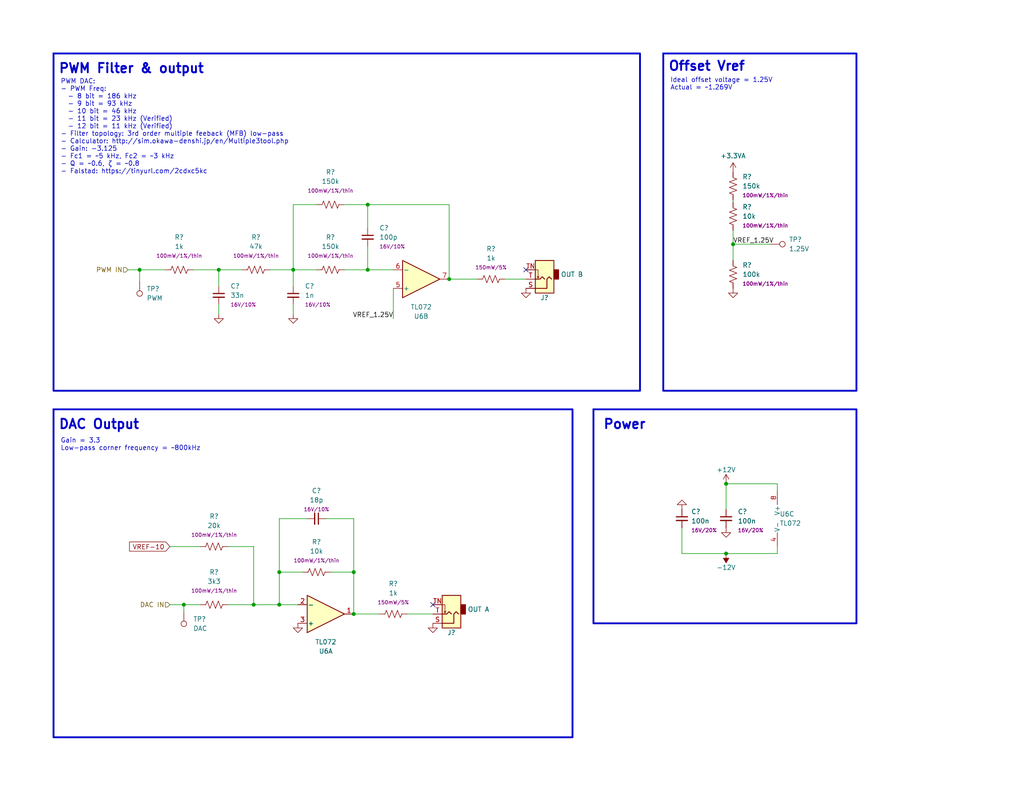
<source format=kicad_sch>
(kicad_sch (version 20230121) (generator eeschema)
  (paper "USLetter")
  (title_block (title "Goosehonk Nebula") (date "2023-10-08") (rev "v7") (company "Winterbloom") (comment 1 "Alethea Flowers") (comment 2 "CERN-OHL-P V2") (comment 3 "goose.wntr.dev"))
  (lib_symbols
    (symbol "Amplifier_Operational:TL072" (pin_names (offset 0.127))
      (property "Reference" "U" (at 0 5.08 0))
      (property "Value" "TL072" (at 0 -5.08 0))
      (symbol "TL072_1_1"
        (polyline (pts (xy -5.08 5.08) (xy 5.08 0) (xy -5.08 -5.08) (xy -5.08 5.08)) (stroke (width 0.254)) (fill (type background)))
        (pin output line (at 7.62 0 180) (length 2.54) (name "~") (number "1"))
        (pin input line (at -7.62 -2.54 0) (length 2.54) (name "-") (number "2"))
        (pin input line (at -7.62 2.54 0) (length 2.54) (name "+") (number "3"))
      )
      (symbol "TL072_2_1"
        (polyline (pts (xy -5.08 5.08) (xy 5.08 0) (xy -5.08 -5.08) (xy -5.08 5.08)) (stroke (width 0.254)) (fill (type background)))
        (pin input line (at -7.62 2.54 0) (length 2.54) (name "+") (number "5"))
        (pin input line (at -7.62 -2.54 0) (length 2.54) (name "-") (number "6"))
        (pin output line (at 7.62 0 180) (length 2.54) (name "~") (number "7"))
      )
      (symbol "TL072_3_1"
        (pin power_in line (at -2.54 -7.62 90) (length 3.81) (name "V-") (number "4"))
        (pin power_in line (at -2.54 7.62 270) (length 3.81) (name "V+") (number "8"))
      )
    )
    (symbol "Connector:TestPoint" (pin_numbers hide) (pin_names (offset 0.762) hide)
      (property "Reference" "TP" (at 0 6.858 0))
      (property "Value" "TestPoint" (at 0 5.08 0))
      (symbol "TestPoint_0_1"
        (circle (center 0 3.302) (radius 0.762))
      )
      (symbol "TestPoint_1_1"
        (pin passive line (at 0 0 90) (length 2.54) (name "1") (number "1"))
      )
    )
    (symbol "Device:C_Small" (pin_numbers hide) (pin_names (offset 0.254) hide)
      (property "Reference" "C" (at 0.254 1.778 0))
      (property "Value" "C_Small" (at 0.254 -2.032 0))
      (symbol "C_Small_0_1"
        (polyline (pts (xy -1.524 -0.508) (xy 1.524 -0.508)) (stroke (width 0.3302)))
        (polyline (pts (xy -1.524 0.508) (xy 1.524 0.508)) (stroke (width 0.3048)))
      )
      (symbol "C_Small_1_1"
        (pin passive line (at 0 2.54 270) (length 2.032) (name "~") (number "1"))
        (pin passive line (at 0 -2.54 90) (length 2.032) (name "~") (number "2"))
      )
    )
    (symbol "Device:R_US" (pin_numbers hide) (pin_names (offset 0))
      (property "Reference" "R" (at 2.54 0 90))
      (property "Value" "R_US" (at -2.54 0 90))
      (symbol "R_US_0_1"
        (polyline (pts (xy 0 -2.286) (xy 0 -2.54)))
        (polyline (pts (xy 0 2.286) (xy 0 2.54)))
        (polyline (pts (xy 0 -0.762) (xy 1.016 -1.143) (xy 0 -1.524) (xy -1.016 -1.905) (xy 0 -2.286)))
        (polyline (pts (xy 0 0.762) (xy 1.016 0.381) (xy 0 0) (xy -1.016 -0.381) (xy 0 -0.762)))
        (polyline (pts (xy 0 2.286) (xy 1.016 1.905) (xy 0 1.524) (xy -1.016 1.143) (xy 0 0.762)))
      )
      (symbol "R_US_1_1"
        (pin passive line (at 0 3.81 270) (length 1.27) (name "~") (number "1"))
        (pin passive line (at 0 -3.81 90) (length 1.27) (name "~") (number "2"))
      )
    )
    (symbol "power:+12V" (power) (pin_names (offset 0))
      (property "Value" "+12V" (at 0 3.556 0))
      (symbol "+12V_0_1"
        (polyline (pts (xy -0.762 1.27) (xy 0 2.54)))
        (polyline (pts (xy 0 0) (xy 0 2.54)))
        (polyline (pts (xy 0 2.54) (xy 0.762 1.27)))
      )
      (symbol "+12V_1_1"
        (pin power_in line (at 0 0 90) (length 0) hide (name "+12V") (number "1"))
      )
    )
    (symbol "power:+3.3VA" (power) (pin_names (offset 0))
      (property "Value" "+3.3VA" (at 0 3.556 0))
      (symbol "+3.3VA_0_1"
        (polyline (pts (xy -0.762 1.27) (xy 0 2.54)))
        (polyline (pts (xy 0 0) (xy 0 2.54)))
        (polyline (pts (xy 0 2.54) (xy 0.762 1.27)))
      )
      (symbol "+3.3VA_1_1"
        (pin power_in line (at 0 0 90) (length 0) hide (name "+3.3VA") (number "1"))
      )
    )
    (symbol "power:-12V" (power) (pin_names (offset 0))
      (property "Value" "-12V" (at 0 3.81 0))
      (symbol "-12V_0_0"
        (pin power_in line (at 0 0 90) (length 0) hide (name "-12V") (number "1"))
      )
      (symbol "-12V_0_1"
        (polyline (pts (xy 0 0) (xy 0 1.27) (xy 0.762 1.27) (xy 0 2.54) (xy -0.762 1.27) (xy 0 1.27)) (fill (type outline)))
      )
    )
    (symbol "power:GND" (power) (pin_names (offset 0))
      (property "Value" "GND" (at 0 -3.81 0))
      (symbol "GND_0_1"
        (polyline (pts (xy 0 0) (xy 0 -1.27) (xy 1.27 -1.27) (xy 0 -2.54) (xy -1.27 -1.27) (xy 0 -1.27)))
      )
      (symbol "GND_1_1"
        (pin power_in line (at 0 0 270) (length 0) hide (name "GND") (number "1"))
      )
    )
    (symbol "winterbloom:Eurorack_Mono_Jack" (pin_names hide)
      (property "Reference" "J" (at 3.302 -4.064 0))
      (property "Value" "Eurorack_Mono_Jack" (at 0 5.08 0))
      (symbol "Eurorack_Mono_Jack_0_1"
        (rectangle (start -2.54 -5.08) (end 2.54 3.81) (stroke (width 0.254)) (fill (type background)))
        (polyline (pts (xy -1.778 -1.016) (xy -2.032 -0.508)))
        (polyline (pts (xy -2.54 1.27) (xy -1.778 1.27) (xy -1.778 -1.016) (xy -1.524 -0.508)))
        (polyline (pts (xy 0 -1.27) (xy -0.635 -0.635) (xy -1.27 -1.27) (xy -2.54 -1.27)) (stroke (width 0.254)))
        (polyline (pts (xy -2.54 -3.81) (xy 0.635 -3.81) (xy 0.635 -1.27) (xy 1.27 -0.635) (xy 1.905 -1.27)) (stroke (width 0.254)))
        (rectangle (start 2.54 -1.27) (end 3.81 1.27) (stroke (width 0.254)) (fill (type outline)))
      )
      (symbol "Eurorack_Mono_Jack_1_1"
        (pin passive line (at -5.08 -3.81 0) (length 2.54) (name "Sleeve") (number "S"))
        (pin passive line (at -5.08 -1.27 0) (length 2.54) (name "Tip") (number "T"))
        (pin passive line (at -5.08 1.27 0) (length 2.54) (name "Tip_normalize") (number "TN"))
      )
    )
  )
  (junction (at 69.215 165.1))
  (junction (at 50.165 165.1))
  (junction (at 122.555 76.2))
  (junction (at 76.2 165.1))
  (junction (at 200.025 66.675))
  (junction (at 96.52 156.21))
  (junction (at 198.12 132.08))
  (junction (at 59.69 73.66))
  (junction (at 100.33 55.88))
  (junction (at 76.2 156.21))
  (junction (at 198.12 151.13))
  (junction (at 96.52 167.64))
  (junction (at 38.1 73.66))
  (junction (at 80.01 73.66))
  (junction (at 100.33 73.66))
  (no_connect (at 143.51 73.66))
  (no_connect (at 118.11 165.1))
  (wire (pts (xy 122.555 76.2) (xy 122.555 55.88)))
  (wire (pts (xy 107.315 73.66) (xy 100.33 73.66)))
  (wire (pts (xy 80.01 85.725) (xy 80.01 83.185)))
  (wire (pts (xy 186.055 151.13) (xy 198.12 151.13)))
  (wire (pts (xy 45.085 73.66) (xy 38.1 73.66)))
  (wire (pts (xy 96.52 167.64) (xy 103.505 167.64)))
  (wire (pts (xy 200.025 71.12) (xy 200.025 66.675)))
  (wire (pts (xy 69.215 165.1) (xy 76.2 165.1)))
  (wire (pts (xy 93.98 73.66) (xy 100.33 73.66)))
  (wire (pts (xy 198.12 132.08) (xy 212.09 132.08)))
  (wire (pts (xy 111.125 167.64) (xy 118.11 167.64)))
  (wire (pts (xy 100.33 73.66) (xy 100.33 67.31)))
  (wire (pts (xy 88.9 141.605) (xy 96.52 141.605)))
  (wire (pts (xy 76.2 141.605) (xy 83.82 141.605)))
  (wire (pts (xy 130.175 76.2) (xy 122.555 76.2)))
  (wire (pts (xy 100.33 55.88) (xy 93.98 55.88)))
  (wire (pts (xy 122.555 55.88) (xy 100.33 55.88)))
  (wire (pts (xy 50.165 165.1) (xy 50.165 167.005)))
  (wire (pts (xy 76.2 165.1) (xy 81.28 165.1)))
  (wire (pts (xy 90.17 156.21) (xy 96.52 156.21)))
  (wire (pts (xy 50.165 165.1) (xy 54.61 165.1)))
  (wire (pts (xy 59.69 85.725) (xy 59.69 83.185)))
  (wire (pts (xy 82.55 156.21) (xy 76.2 156.21)))
  (wire (pts (xy 80.01 55.88) (xy 80.01 73.66)))
  (wire (pts (xy 69.215 149.225) (xy 69.215 165.1)))
  (wire (pts (xy 52.705 73.66) (xy 59.69 73.66)))
  (wire (pts (xy 212.09 149.225) (xy 212.09 151.13)))
  (wire (pts (xy 80.01 78.105) (xy 80.01 73.66)))
  (wire (pts (xy 198.12 132.08) (xy 198.12 139.065)))
  (wire (pts (xy 200.025 55.245) (xy 200.025 54.61)))
  (wire (pts (xy 62.23 149.225) (xy 69.215 149.225)))
  (wire (pts (xy 80.01 55.88) (xy 86.36 55.88)))
  (wire (pts (xy 73.66 73.66) (xy 80.01 73.66)))
  (wire (pts (xy 76.2 156.21) (xy 76.2 165.1)))
  (wire (pts (xy 107.315 78.74) (xy 107.315 86.995)))
  (wire (pts (xy 200.025 66.675) (xy 210.185 66.675)))
  (wire (pts (xy 198.12 151.13) (xy 212.09 151.13)))
  (wire (pts (xy 137.795 76.2) (xy 143.51 76.2)))
  (wire (pts (xy 62.23 165.1) (xy 69.215 165.1)))
  (wire (pts (xy 80.01 73.66) (xy 86.36 73.66)))
  (wire (pts (xy 46.355 149.225) (xy 54.61 149.225)))
  (wire (pts (xy 38.1 73.66) (xy 34.925 73.66)))
  (wire (pts (xy 200.025 66.675) (xy 200.025 62.865)))
  (wire (pts (xy 76.2 156.21) (xy 76.2 141.605)))
  (wire (pts (xy 212.09 132.08) (xy 212.09 133.985)))
  (wire (pts (xy 100.33 55.88) (xy 100.33 62.23)))
  (wire (pts (xy 96.52 156.21) (xy 96.52 167.64)))
  (wire (pts (xy 38.1 76.835) (xy 38.1 73.66)))
  (wire (pts (xy 186.055 144.145) (xy 186.055 151.13)))
  (wire (pts (xy 59.69 73.66) (xy 66.04 73.66)))
  (wire (pts (xy 59.69 78.105) (xy 59.69 73.66)))
  (wire (pts (xy 46.355 165.1) (xy 50.165 165.1)))
  (wire (pts (xy 96.52 141.605) (xy 96.52 156.21)))
  (rectangle (start 14.605 111.76) (end 156.21 201.295) (stroke (width 0.5)))
  (rectangle (start 180.975 14.605) (end 233.68 106.68) (stroke (width 0.5)))
  (rectangle (start 161.925 111.76) (end 233.68 170.18) (stroke (width 0.5)))
  (rectangle (start 14.605 14.605) (end 174.625 106.68) (stroke (width 0.5)))
  (text "Ideal offset voltage = 1.25V\nActual = ~1.269V" (at 182.88 24.765 0) (effects (font (size 1.27 1.27)) (justify left bottom)))
  (text "Gain = 3.3\nLow-pass corner frequency = ~800kHz" (at 16.51 123.19 0) (effects (font (size 1.27 1.27)) (justify left bottom)))
  (text "Offset Vref" (at 182.245 19.685 0) (effects (font (size 2.54 2.54) (thickness 0.508) bold) (justify left bottom)))
  (text "PWM Filter & output" (at 15.875 20.32 0) (effects (font (size 2.54 2.54) (thickness 0.508) bold) (justify left bottom)))
  (text "DAC Output" (at 15.875 117.475 0) (effects (font (size 2.54 2.54) (thickness 0.508) bold) (justify left bottom)))
  (text "Power" (at 164.465 117.475 0) (effects (font (size 2.54 2.54) bold) (justify left bottom)))
  (text "PWM DAC:\n- PWM Freq:\n  - 8 bit = 186 kHz\n  - 9 bit = 93 kHz\n  - 10 bit = 46 kHz\n  - 11 bit = 23 kHz (Verified)\n  - 12 bit = 11 kHz (Verified)\n- Filter topology: 3rd order multiple feeback (MFB) low-pass\n- Calculator: http://sim.okawa-denshi.jp/en/Multiple3tool.php\n- Gain: -3.125\n- Fc1 = ~5 kHz, Fc2 = ~3 kHz\n- Q = ~0.6, ζ = ~0.8\n- Falstad: https://tinyurl.com/2cdxc5kc" (at 16.51 47.625 0) (effects (font (size 1.27 1.27)) (justify left bottom)))
  (label "VREF_1.25V" (at 107.315 86.995 180))
  (label "VREF_1.25V" (at 200.025 66.675 0))
  (global_label "VREF-10" (shape input) (at 46.355 149.225 180) (property "Intersheetrefs" "${INTERSHEET_REFS}" (effects hide)))
  (hierarchical_label "PWM IN" (shape input) (at 34.925 73.66 180))
  (hierarchical_label "DAC IN" (shape input) (at 46.355 165.1 180))
  (symbol (lib_id "Device:R_US") (at 86.36 156.21 270) (unit 1)
    (property "Reference" "R?" (at 86.36 147.955 90))
    (property "Value" "10k" (at 86.36 150.495 90))
    (property "Footprint" "winterbloom:R_0603_HandSolder" (effects hide))
    (property "Notes" "Eurorack level audio" (effects hide))
    (property "MPN" "RC0402DR-07100KL" (effects hide))
    (property "Rating" "100mW/1%/thin" (at 86.36 153.035 90) (effects (font (size 1 1))))
    (instances (project "mainboard" (path "" (reference "R?") (unit 1))) (project "board" (path "" (reference "R13") (unit 1))))
  )
  (symbol (lib_id "power:GND") (at 81.28 170.18 0) (unit 1)
    (property "Reference" "#PWR?" (effects hide))
    (property "Value" "GND" (effects hide))
    (instances (project "mainboard" (path "" (reference "#PWR?") (unit 1))) (project "board" (path "" (reference "#PWR0136") (unit 1))))
  )
  (symbol (lib_id "Device:C_Small") (at 59.69 80.645 0) (unit 1)
    (property "Reference" "C?" (at 62.865 78.1113 0) (effects (justify left)))
    (property "Value" "33n" (at 62.865 80.6513 0) (effects (justify left)))
    (property "Footprint" "winterbloom:C_0603_HandSolder" (effects hide))
    (property "MPN" "CL05C180JB5NNNC" (effects hide))
    (property "Notes" "Eurorack level audio filter" (effects hide))
    (property "Rating" "16V/10%" (at 62.865 83.1913 0) (effects (font (size 1 1)) (justify left)))
    (instances (project "mainboard" (path "" (reference "C?") (unit 1))) (project "board" (path "" (reference "C23") (unit 1))))
  )
  (symbol (lib_id "Device:C_Small") (at 186.055 141.605 0) (unit 1)
    (property "Reference" "C?" (at 188.595 139.7062 0) (effects (justify left)))
    (property "Value" "100n" (at 188.595 142.2462 0) (effects (justify left)))
    (property "Footprint" "winterbloom:C_0603_HandSolder" (effects hide))
    (property "MPN" "CL05B104KO5NNNC" (effects hide))
    (property "Notes" "Bypass" (effects hide))
    (property "MacroFab MPN" "MF-CAP-0402-0.1uF" (effects hide))
    (property "Rating" "16V/20%" (at 188.595 144.7863 0) (effects (font (size 1 1)) (justify left)))
    (instances (project "mainboard" (path "" (reference "C?") (unit 1)) (path "" (reference "C?") (unit 1))) (project "board" (path "" (reference "C20") (unit 1))))
  )
  (symbol (lib_id "Amplifier_Operational:TL072") (at 114.935 76.2 0) (mirror x) (unit 2)
    (property "Reference" "U6" (at 114.935 86.36 0))
    (property "Value" "TL072" (at 114.935 83.82 0))
    (property "Footprint" "Package_SO:TSSOP-8_4.4x3mm_P0.65mm" (effects hide))
    (property "Datasheet" "http://www.ti.com/lit/ds/symlink/tl071.pdf" (effects hide))
  )
  (symbol (lib_id "Device:R_US") (at 69.85 73.66 270) (unit 1)
    (property "Reference" "R?" (at 69.85 64.77 90))
    (property "Value" "47k" (at 69.85 67.31 90))
    (property "Footprint" "winterbloom:R_0603_HandSolder" (effects hide))
    (property "Notes" "Eurorack level audio" (effects hide))
    (property "MPN" "RC0402DR-07100KL" (effects hide))
    (property "Rating" "100mW/1%/thin" (at 69.85 69.85 90) (effects (font (size 1 1))))
    (instances (project "mainboard" (path "" (reference "R?") (unit 1))) (project "board" (path "" (reference "R16") (unit 1))))
  )
  (symbol (lib_id "power:GND") (at 59.69 85.725 0) (unit 1)
    (property "Reference" "#PWR?" (effects hide))
    (property "Value" "GND" (effects hide))
    (instances (project "mainboard" (path "" (reference "#PWR?") (unit 1))) (project "board" (path "" (reference "#PWR0137") (unit 1))))
  )
  (symbol (lib_id "power:+12V") (at 198.12 132.08 0) (unit 1)
    (property "Reference" "#PWR?" (effects hide))
    (property "Value" "+12V" (at 198.12 128.27 0))
    (instances (project "mainboard" (path "" (reference "#PWR?") (unit 1)) (path "" (reference "#PWR?") (unit 1))) (project "board" (path "" (reference "#PWR0141") (unit 1))))
  )
  (symbol (lib_id "Device:R_US") (at 90.17 73.66 270) (unit 1)
    (property "Reference" "R?" (at 90.17 64.77 90))
    (property "Value" "150k" (at 90.17 67.31 90))
    (property "Footprint" "winterbloom:R_0603_HandSolder" (effects hide))
    (property "Notes" "Eurorack level audio" (effects hide))
    (property "MPN" "RC0402DR-07100KL" (effects hide))
    (property "Rating" "100mW/1%/thin" (at 90.17 69.85 90) (effects (font (size 1 1))))
    (instances (project "mainboard" (path "" (reference "R?") (unit 1))) (project "board" (path "" (reference "R18") (unit 1))))
  )
  (symbol (lib_id "power:GND") (at 200.025 78.74 0) (unit 1)
    (property "Reference" "#PWR?" (effects hide))
    (property "Value" "GND" (effects hide))
    (instances (project "mainboard" (path "" (reference "#PWR?") (unit 1))) (project "board" (path "" (reference "#PWR0145") (unit 1))))
  )
  (symbol (lib_id "Device:R_US") (at 90.17 55.88 270) (unit 1)
    (property "Reference" "R?" (at 90.17 46.99 90))
    (property "Value" "150k" (at 90.17 49.53 90))
    (property "Footprint" "winterbloom:R_0603_HandSolder" (effects hide))
    (property "Notes" "Eurorack level audio" (effects hide))
    (property "MPN" "RC0402DR-07100KL" (effects hide))
    (property "Rating" "100mW/1%/thin" (at 90.17 52.07 90) (effects (font (size 1 1))))
    (instances (project "mainboard" (path "" (reference "R?") (unit 1))) (project "board" (path "" (reference "R17") (unit 1))))
  )
  (symbol (lib_id "Device:R_US") (at 48.895 73.66 270) (unit 1)
    (property "Reference" "R?" (at 48.895 64.77 90))
    (property "Value" "1k" (at 48.895 67.31 90))
    (property "Footprint" "winterbloom:R_0603_HandSolder" (effects hide))
    (property "Notes" "Eurorack level audio" (effects hide))
    (property "MPN" "RC0402DR-07100KL" (effects hide))
    (property "Rating" "100mW/1%/thin" (at 48.895 69.85 90) (effects (font (size 1 1))))
    (instances (project "mainboard" (path "" (reference "R?") (unit 1))) (project "board" (path "" (reference "R15") (unit 1))))
  )
  (symbol (lib_id "Device:C_Small") (at 198.12 141.605 0) (unit 1)
    (property "Reference" "C?" (at 201.295 139.7062 0) (effects (justify left)))
    (property "Value" "100n" (at 201.295 142.2462 0) (effects (justify left)))
    (property "Footprint" "winterbloom:C_0603_HandSolder" (effects hide))
    (property "MPN" "CL05B104KO5NNNC" (effects hide))
    (property "Notes" "Bypass" (effects hide))
    (property "MacroFab MPN" "MF-CAP-0402-0.1uF" (effects hide))
    (property "Rating" "16V/20%" (at 201.295 144.7863 0) (effects (font (size 1 1)) (justify left)))
    (instances (project "mainboard" (path "" (reference "C?") (unit 1)) (path "" (reference "C?") (unit 1))) (project "board" (path "" (reference "C21") (unit 1))))
  )
  (symbol (lib_id "Device:R_US") (at 58.42 149.225 270) (unit 1)
    (property "Reference" "R?" (at 58.42 140.97 90))
    (property "Value" "20k" (at 58.42 143.51 90))
    (property "Footprint" "winterbloom:R_0603_HandSolder" (effects hide))
    (property "Notes" "Eurorack level audio" (effects hide))
    (property "MPN" "RC0402DR-07100KL" (effects hide))
    (property "Rating" "100mW/1%/thin" (at 58.42 146.05 90) (effects (font (size 1 1))))
    (instances (project "mainboard" (path "" (reference "R?") (unit 1))) (project "board" (path "" (reference "R11") (unit 1))))
  )
  (symbol (lib_id "power:GND") (at 143.51 78.74 0) (unit 1)
    (property "Reference" "#PWR?" (effects hide))
    (property "Value" "GND" (effects hide))
    (instances (project "mainboard" (path "" (reference "#PWR?") (unit 1))) (project "board" (path "" (reference "#PWR0139") (unit 1))))
  )
  (symbol (lib_id "Device:R_US") (at 107.315 167.64 90) (unit 1)
    (property "Reference" "R?" (at 107.315 159.385 90))
    (property "Value" "1k" (at 107.315 161.925 90))
    (property "Footprint" "winterbloom:R_0603_HandSolder" (effects hide))
    (property "Notes" "Eurorack level audio, output impedance" (effects hide))
    (property "MPN" "MCT06030C1001FP500, ERA-3AEB102V" (effects hide))
    (property "Rating" "150mW/5%" (at 107.315 164.465 90) (effects (font (size 1 1))))
    (instances (project "mainboard" (path "" (reference "R?") (unit 1))) (project "board" (path "" (reference "R14") (unit 1))))
  )
  (symbol (lib_id "Device:R_US") (at 133.985 76.2 90) (unit 1)
    (property "Reference" "R?" (at 133.985 67.945 90))
    (property "Value" "1k" (at 133.985 70.485 90))
    (property "Footprint" "winterbloom:R_0603_HandSolder" (effects hide))
    (property "Notes" "Eurorack level audio, output impedance" (effects hide))
    (property "MPN" "MCT06030C1001FP500, ERA-3AEB102V" (effects hide))
    (property "Rating" "150mW/5%" (at 133.985 73.025 90) (effects (font (size 1 1))))
    (instances (project "mainboard" (path "" (reference "R?") (unit 1))) (project "board" (path "" (reference "R19") (unit 1))))
  )
  (symbol (lib_id "winterbloom:Eurorack_Mono_Jack") (at 123.19 166.37 0) (unit 1)
    (property "Reference" "J?" (at 123.19 172.72 0))
    (property "Value" "OUT A" (at 127.635 166.37 0) (effects (justify left)))
    (property "Footprint" "winterbloom:AudioJack_WQP518MA" (effects hide))
    (property "Datasheet" "http://www.qingpu-electronics.com/en/products/WQP-PJ398SM-362.html" (effects hide))
    (property "MPN" "WQP-WQP518MA" (effects hide))
    (instances (project "mainboard" (path "" (reference "J?") (unit 1))) (project "board" (path "" (reference "J4") (unit 1))))
  )
  (symbol (lib_id "Connector:TestPoint") (at 50.165 167.005 180) (unit 1)
    (property "Reference" "TP?" (at 52.705 169.037 0) (effects (justify right)))
    (property "Value" "DAC" (at 52.705 171.577 0) (effects (justify right)))
    (property "Footprint" "TestPoint:TestPoint_Pad_D1.0mm" (effects hide))
    (property "DNP" "1" (effects hide))
    (instances (project "mainboard" (path "" (reference "TP?") (unit 1))) (project "board" (path "" (reference "TP?") (unit 1)) (path "" (reference "TP?") (unit 1)) (path "" (reference "TP12") (unit 1))))
  )
  (symbol (lib_id "Device:R_US") (at 200.025 59.055 0) (unit 1)
    (property "Reference" "R?" (at 202.565 56.515 0) (effects (justify left)))
    (property "Value" "10k" (at 202.565 59.055 0) (effects (justify left)))
    (property "Footprint" "winterbloom:R_0603_HandSolder" (effects hide))
    (property "Notes" "Eurorack level audio" (effects hide))
    (property "MPN" "RC0402DR-07100KL" (effects hide))
    (property "Rating" "100mW/1%/thin" (at 202.565 61.595 0) (effects (font (size 1 1)) (justify left)))
    (instances (project "mainboard" (path "" (reference "R?") (unit 1))) (project "board" (path "" (reference "R21") (unit 1))))
  )
  (symbol (lib_id "Device:C_Small") (at 80.01 80.645 0) (unit 1)
    (property "Reference" "C?" (at 83.185 78.1113 0) (effects (justify left)))
    (property "Value" "1n" (at 83.185 80.6513 0) (effects (justify left)))
    (property "Footprint" "winterbloom:C_0603_HandSolder" (effects hide))
    (property "MPN" "CL05C180JB5NNNC" (effects hide))
    (property "Notes" "Eurorack level audio filter" (effects hide))
    (property "Rating" "16V/10%" (at 83.185 83.1913 0) (effects (font (size 1 1)) (justify left)))
    (instances (project "mainboard" (path "" (reference "C?") (unit 1))) (project "board" (path "" (reference "C24") (unit 1))))
  )
  (symbol (lib_id "power:GND") (at 80.01 85.725 0) (unit 1)
    (property "Reference" "#PWR?" (effects hide))
    (property "Value" "GND" (effects hide))
    (instances (project "mainboard" (path "" (reference "#PWR?") (unit 1))) (project "board" (path "" (reference "#PWR0138") (unit 1))))
  )
  (symbol (lib_id "power:GND") (at 118.11 170.18 0) (unit 1)
    (property "Reference" "#PWR?" (effects hide))
    (property "Value" "GND" (effects hide))
    (instances (project "mainboard" (path "" (reference "#PWR?") (unit 1))) (project "board" (path "" (reference "#PWR0135") (unit 1))))
  )
  (symbol (lib_id "Amplifier_Operational:TL072") (at 214.63 141.605 0) (unit 3)
    (property "Reference" "U6" (at 212.725 140.335 0) (effects (justify left)))
    (property "Value" "TL072" (at 212.725 142.875 0) (effects (justify left)))
    (property "Footprint" "Package_SO:TSSOP-8_4.4x3mm_P0.65mm" (effects hide))
    (property "Datasheet" "http://www.ti.com/lit/ds/symlink/tl071.pdf" (effects hide))
  )
  (symbol (lib_id "winterbloom:Eurorack_Mono_Jack") (at 148.59 74.93 0) (unit 1)
    (property "Reference" "J?" (at 148.59 81.28 0))
    (property "Value" "OUT B" (at 153.035 74.93 0) (effects (justify left)))
    (property "Footprint" "winterbloom:AudioJack_WQP518MA" (effects hide))
    (property "Datasheet" "http://www.qingpu-electronics.com/en/products/WQP-PJ398SM-362.html" (effects hide))
    (property "MPN" "WQP-WQP518MA" (effects hide))
    (instances (project "mainboard" (path "" (reference "J?") (unit 1))) (project "board" (path "" (reference "J5") (unit 1))))
  )
  (symbol (lib_id "Device:R_US") (at 200.025 74.93 0) (unit 1)
    (property "Reference" "R?" (at 202.565 72.39 0) (effects (justify left)))
    (property "Value" "100k" (at 202.565 74.93 0) (effects (justify left)))
    (property "Footprint" "winterbloom:R_0603_HandSolder" (effects hide))
    (property "Notes" "Eurorack level audio" (effects hide))
    (property "MPN" "RC0402DR-07100KL" (effects hide))
    (property "Rating" "100mW/1%/thin" (at 202.565 77.47 0) (effects (font (size 1 1)) (justify left)))
    (instances (project "mainboard" (path "" (reference "R?") (unit 1))) (project "board" (path "" (reference "R22") (unit 1))))
  )
  (symbol (lib_id "Device:C_Small") (at 86.36 141.605 270) (unit 1)
    (property "Reference" "C?" (at 86.3536 133.985 90))
    (property "Value" "18p" (at 86.3536 136.525 90))
    (property "Footprint" "winterbloom:C_0603_HandSolder" (effects hide))
    (property "MPN" "CL05C180JB5NNNC" (effects hide))
    (property "Notes" "Eurorack level audio filter" (effects hide))
    (property "Rating" "16V/10%" (at 86.3536 139.065 90) (effects (font (size 1 1))))
    (instances (project "mainboard" (path "" (reference "C?") (unit 1))) (project "board" (path "" (reference "C22") (unit 1))))
  )
  (symbol (lib_id "Device:R_US") (at 200.025 50.8 0) (unit 1)
    (property "Reference" "R?" (at 202.565 48.26 0) (effects (justify left)))
    (property "Value" "150k" (at 202.565 50.8 0) (effects (justify left)))
    (property "Footprint" "winterbloom:R_0603_HandSolder" (effects hide))
    (property "Notes" "Eurorack level audio" (effects hide))
    (property "MPN" "RC0402DR-07100KL" (effects hide))
    (property "Rating" "100mW/1%/thin" (at 202.565 53.34 0) (effects (font (size 1 1)) (justify left)))
    (instances (project "mainboard" (path "" (reference "R?") (unit 1))) (project "board" (path "" (reference "R20") (unit 1))))
  )
  (symbol (lib_id "power:+3.3VA") (at 200.025 46.99 0) (unit 1)
    (property "Reference" "#PWR0140" (effects hide))
    (property "Value" "+3.3VA" (at 200.025 42.545 0))
  )
  (symbol (lib_id "power:-12V") (at 198.12 151.13 180) (unit 1)
    (property "Reference" "#PWR?" (effects hide))
    (property "Value" "-12V" (at 198.12 154.94 0))
    (instances (project "mainboard" (path "" (reference "#PWR?") (unit 1)) (path "" (reference "#PWR?") (unit 1))) (project "board" (path "" (reference "#PWR0142") (unit 1))))
  )
  (symbol (lib_id "Amplifier_Operational:TL072") (at 88.9 167.64 0) (mirror x) (unit 1)
    (property "Reference" "U6" (at 88.9 177.8 0))
    (property "Value" "TL072" (at 88.9 175.26 0))
    (property "Footprint" "Package_SO:TSSOP-8_4.4x3mm_P0.65mm" (effects hide))
    (property "Datasheet" "http://www.ti.com/lit/ds/symlink/tl071.pdf" (effects hide))
  )
  (symbol (lib_id "power:GND") (at 186.055 139.065 180) (unit 1)
    (property "Reference" "#PWR?" (effects hide))
    (property "Value" "GND" (effects hide))
    (instances (project "mainboard" (path "" (reference "#PWR?") (unit 1)) (path "" (reference "#PWR?") (unit 1))) (project "board" (path "" (reference "#PWR0144") (unit 1))))
  )
  (symbol (lib_id "Connector:TestPoint") (at 38.1 76.835 180) (unit 1)
    (property "Reference" "TP?" (at 40.005 78.867 0) (effects (justify right)))
    (property "Value" "PWM" (at 40.005 81.407 0) (effects (justify right)))
    (property "Footprint" "TestPoint:TestPoint_Pad_D1.0mm" (effects hide))
    (property "DNP" "1" (effects hide))
    (instances (project "mainboard" (path "" (reference "TP?") (unit 1))) (project "board" (path "" (reference "TP?") (unit 1)) (path "" (reference "TP?") (unit 1)) (path "" (reference "TP13") (unit 1))))
  )
  (symbol (lib_id "Connector:TestPoint") (at 210.185 66.675 270) (unit 1)
    (property "Reference" "TP?" (at 215.265 65.405 90) (effects (justify left)))
    (property "Value" "1.25V" (at 215.265 67.945 90) (effects (justify left)))
    (property "Footprint" "TestPoint:TestPoint_Pad_D1.0mm" (effects hide))
    (property "DNP" "1" (effects hide))
    (instances (project "mainboard" (path "" (reference "TP?") (unit 1))) (project "board" (path "" (reference "TP?") (unit 1)) (path "" (reference "TP?") (unit 1)) (path "" (reference "TP14") (unit 1))))
  )
  (symbol (lib_id "power:GND") (at 198.12 144.145 0) (unit 1)
    (property "Reference" "#PWR?" (effects hide))
    (property "Value" "GND" (effects hide))
    (instances (project "mainboard" (path "" (reference "#PWR?") (unit 1)) (path "" (reference "#PWR?") (unit 1))) (project "board" (path "" (reference "#PWR0143") (unit 1))))
  )
  (symbol (lib_id "Device:C_Small") (at 100.33 64.77 0) (unit 1)
    (property "Reference" "C?" (at 103.505 62.2363 0) (effects (justify left)))
    (property "Value" "100p" (at 103.505 64.7763 0) (effects (justify left)))
    (property "Footprint" "winterbloom:C_0603_HandSolder" (effects hide))
    (property "MPN" "CL05C180JB5NNNC" (effects hide))
    (property "Notes" "Eurorack level audio filter" (effects hide))
    (property "Rating" "16V/10%" (at 103.505 67.3163 0) (effects (font (size 1 1)) (justify left)))
    (instances (project "mainboard" (path "" (reference "C?") (unit 1))) (project "board" (path "" (reference "C25") (unit 1))))
  )
  (symbol (lib_id "Device:R_US") (at 58.42 165.1 270) (unit 1)
    (property "Reference" "R?" (at 58.42 156.21 90))
    (property "Value" "3k3" (at 58.42 158.75 90))
    (property "Footprint" "winterbloom:R_0603_HandSolder" (effects hide))
    (property "Notes" "Eurorack level audio" (effects hide))
    (property "MPN" "RC0402DR-07100KL" (effects hide))
    (property "Rating" "100mW/1%/thin" (at 58.42 161.29 90) (effects (font (size 1 1))))
    (instances (project "mainboard" (path "" (reference "R?") (unit 1))) (project "board" (path "" (reference "R12") (unit 1))))
  )
)
</source>
